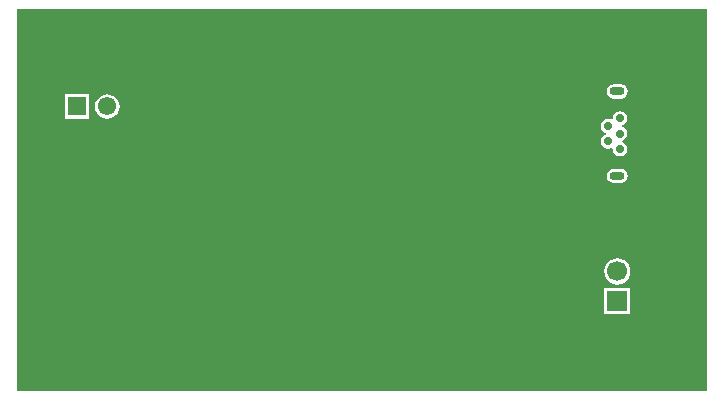
<source format=gbl>
G04*
G04 #@! TF.GenerationSoftware,Altium Limited,Altium Designer,20.0.2 (26)*
G04*
G04 Layer_Physical_Order=2*
G04 Layer_Color=16711680*
%FSLAX25Y25*%
%MOIN*%
G70*
G01*
G75*
%ADD28R,0.06693X0.06693*%
%ADD29C,0.06693*%
%ADD30C,0.06102*%
%ADD31R,0.06102X0.06102*%
%ADD32C,0.02801*%
%ADD33O,0.05006X0.02647*%
G36*
X450000Y312500D02*
X220000D01*
Y440000D01*
X450000D01*
Y312500D01*
D02*
G37*
%LPC*%
G36*
X421179Y414869D02*
X418820D01*
X417914Y414688D01*
X417145Y414175D01*
X416632Y413407D01*
X416452Y412500D01*
X416632Y411593D01*
X417145Y410825D01*
X417914Y410312D01*
X418820Y410131D01*
X421179D01*
X422086Y410312D01*
X422855Y410825D01*
X423368Y411593D01*
X423548Y412500D01*
X423368Y413407D01*
X422855Y414175D01*
X422086Y414688D01*
X421179Y414869D01*
D02*
G37*
G36*
X244051Y411551D02*
X235949D01*
Y403449D01*
X244051D01*
Y411551D01*
D02*
G37*
G36*
X250000Y411586D02*
X248942Y411447D01*
X247957Y411039D01*
X247111Y410389D01*
X246461Y409543D01*
X246053Y408558D01*
X245914Y407500D01*
X246053Y406442D01*
X246461Y405457D01*
X247111Y404611D01*
X247957Y403961D01*
X248942Y403553D01*
X250000Y403414D01*
X251058Y403553D01*
X252043Y403961D01*
X252889Y404611D01*
X253539Y405457D01*
X253947Y406442D01*
X254086Y407500D01*
X253947Y408558D01*
X253539Y409543D01*
X252889Y410389D01*
X252043Y411039D01*
X251058Y411447D01*
X250000Y411586D01*
D02*
G37*
G36*
X420866Y405991D02*
X419930Y405804D01*
X419136Y405274D01*
X418605Y404480D01*
X418419Y403543D01*
X418444Y403414D01*
X418029Y403136D01*
X417866Y403245D01*
X416929Y403432D01*
X415993Y403245D01*
X415199Y402715D01*
X414668Y401921D01*
X414482Y400984D01*
X414668Y400048D01*
X415199Y399254D01*
X415993Y398723D01*
X416209Y398680D01*
Y398170D01*
X415993Y398127D01*
X415199Y397597D01*
X414668Y396803D01*
X414482Y395866D01*
X414668Y394930D01*
X415199Y394136D01*
X415993Y393605D01*
X416929Y393419D01*
X417866Y393605D01*
X418029Y393714D01*
X418444Y393436D01*
X418419Y393307D01*
X418605Y392370D01*
X419136Y391576D01*
X419930Y391046D01*
X420866Y390860D01*
X421803Y391046D01*
X422597Y391576D01*
X423127Y392370D01*
X423314Y393307D01*
X423127Y394244D01*
X422597Y395038D01*
X421803Y395568D01*
X421586Y395611D01*
Y396121D01*
X421803Y396164D01*
X422597Y396695D01*
X423127Y397489D01*
X423314Y398425D01*
X423127Y399362D01*
X422597Y400156D01*
X421803Y400686D01*
X421586Y400729D01*
Y401239D01*
X421803Y401282D01*
X422597Y401813D01*
X423127Y402607D01*
X423314Y403543D01*
X423127Y404480D01*
X422597Y405274D01*
X421803Y405804D01*
X420866Y405991D01*
D02*
G37*
G36*
X421179Y386719D02*
X418820D01*
X417914Y386539D01*
X417145Y386025D01*
X416632Y385257D01*
X416452Y384350D01*
X416632Y383444D01*
X417145Y382675D01*
X417914Y382162D01*
X418820Y381982D01*
X421179D01*
X422086Y382162D01*
X422855Y382675D01*
X423368Y383444D01*
X423548Y384350D01*
X423368Y385257D01*
X422855Y386025D01*
X422086Y386539D01*
X421179Y386719D01*
D02*
G37*
G36*
X420000Y356884D02*
X418865Y356735D01*
X417808Y356297D01*
X416900Y355600D01*
X416203Y354692D01*
X415765Y353635D01*
X415616Y352500D01*
X415765Y351365D01*
X416203Y350308D01*
X416900Y349400D01*
X417808Y348703D01*
X418865Y348265D01*
X420000Y348116D01*
X421135Y348265D01*
X422192Y348703D01*
X423100Y349400D01*
X423797Y350308D01*
X424235Y351365D01*
X424384Y352500D01*
X424235Y353635D01*
X423797Y354692D01*
X423100Y355600D01*
X422192Y356297D01*
X421135Y356735D01*
X420000Y356884D01*
D02*
G37*
G36*
X424346Y346847D02*
X415654D01*
Y338154D01*
X424346D01*
Y346847D01*
D02*
G37*
%LPD*%
D28*
X420000Y342500D02*
D03*
D29*
Y352500D02*
D03*
D30*
X250000Y407500D02*
D03*
D31*
X240000D02*
D03*
D32*
X420866Y393307D02*
D03*
Y398425D02*
D03*
Y403543D02*
D03*
X416929Y400984D02*
D03*
Y395866D02*
D03*
D33*
X420000Y384350D02*
D03*
Y412500D02*
D03*
M02*

</source>
